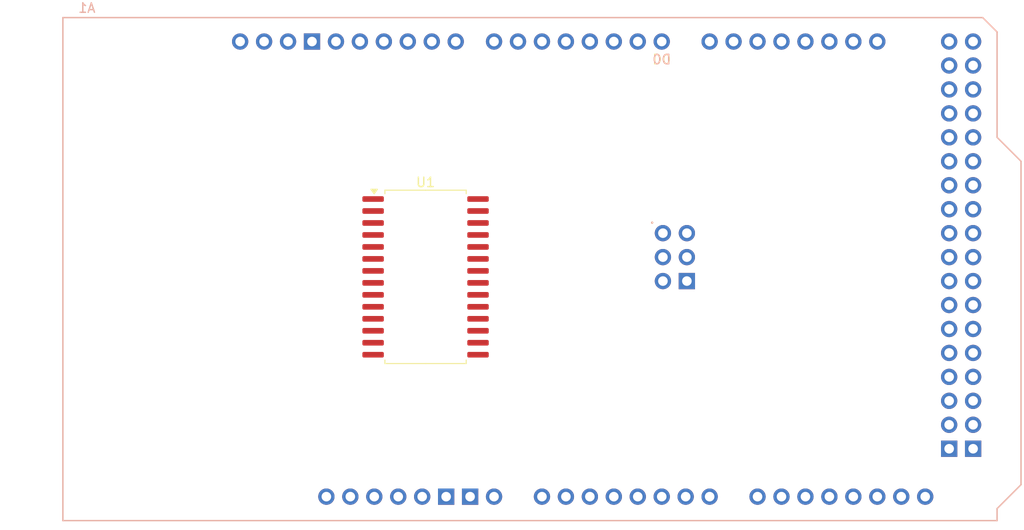
<source format=kicad_pcb>
(kicad_pcb (version 20240108) (generator "pcbnew") (generator_version "8.0")
  (layers (0 "F.Cu" signal) (31 "B.Cu" signal) (34 "B.Paste" user) (35 "F.Paste" user) (36 "B.SilkS" user "B.Silkscreen") (37 "F.SilkS" user "F.Silkscreen") (38 "B.Mask" user) (39 "F.Mask" user) (44 "Edge.Cuts" user))
  (net 0 "")
  (net 1 "Net-(U1-A7)")
  (net 2 "Net-(U1-A5)")
  (net 3 "Net-(U1-A13)")
  (net 4 "Net-(U1-A12)")
  (net 5 "Net-(U1-I{slash}O3)")
  (net 6 "Net-(U1-A2)")
  (net 7 "Net-(U1-~{CE})")
  (net 8 "Net-(U1-I{slash}O2)")
  (net 9 "Net-(U1-I{slash}O5)")
  (net 10 "+5V")
  (net 11 "Net-(U1-A6)")
  (net 12 "Net-(U1-~{WE})")
  (net 13 "Net-(U1-~{OE})")
  (net 14 "Net-(U1-I{slash}O7)")
  (net 15 "Net-(U1-I{slash}O0)")
  (net 16 "Net-(U1-A9)")
  (net 17 "Net-(U1-A8)")
  (net 18 "Net-(U1-A14)")
  (net 19 "GND")
  (net 20 "Net-(U1-I{slash}O1)")
  (net 21 "Net-(U1-I{slash}O4)")
  (net 22 "Net-(U1-A3)")
  (net 23 "Net-(U1-I{slash}O6)")
  (net 24 "Net-(U1-A4)")
  (net 25 "Net-(A1-D3_INT1)")
  (net 26 "Net-(A1-D2_INT0)")
  (net 27 "Net-(U1-A11)")
  (net 28 "Net-(U1-A10)")
  (footprint "Package_SO:SOP-28_8.4x18.16mm_P1.27mm" (layer "F.Cu") (at 97.5875 77.595)
    (property "Reference" "U1" (at 0 -10.03 0) (layer "F.SilkS"))
    (property "Value" "IS62C256AL")
    (fp_line (start -4.31 -9.19) (end -4.31 -8.815) (stroke (width 0.12)) (layer "F.SilkS"))
    (fp_line (start -4.31 9.19) (end -4.31 8.815) (stroke (width 0.12)) (layer "F.SilkS"))
    (fp_line (start 0 -9.19) (end -4.31 -9.19) (stroke (width 0.12)) (layer "F.SilkS"))
    (fp_line (start 0 -9.19) (end 4.31 -9.19) (stroke (width 0.12)) (layer "F.SilkS"))
    (fp_line (start 0 9.19) (end -4.31 9.19) (stroke (width 0.12)) (layer "F.SilkS"))
    (fp_line (start 0 9.19) (end 4.31 9.19) (stroke (width 0.12)) (layer "F.SilkS"))
    (fp_line (start 4.31 -9.19) (end 4.31 -8.815) (stroke (width 0.12)) (layer "F.SilkS"))
    (fp_line (start 4.31 9.19) (end 4.31 8.815) (stroke (width 0.12)) (layer "F.SilkS"))
    (fp_poly (pts (xy -5.45 -8.815) (xy -5.79 -9.285) (xy -5.11 -9.285) (xy -5.45 -8.815)) (stroke (width 0.12)) (fill solid) (layer "F.SilkS"))
    (pad "1" smd roundrect (at -5.5625 -8.255) (size 2.275 0.6) (layers "F.Cu" "F.Paste" "F.Mask") (net 18 "Net-(U1-A14)"))
    (pad "2" smd roundrect (at -5.5625 -6.985) (size 2.275 0.6) (layers "F.Cu" "F.Paste" "F.Mask") (net 4 "Net-(U1-A12)"))
    (pad "3" smd roundrect (at -5.5625 -5.715) (size 2.275 0.6) (layers "F.Cu" "F.Paste" "F.Mask") (net 1 "Net-(U1-A7)"))
    (pad "4" smd roundrect (at -5.5625 -4.445) (size 2.275 0.6) (layers "F.Cu" "F.Paste" "F.Mask") (net 11 "Net-(U1-A6)"))
    (pad "5" smd roundrect (at -5.5625 -3.175) (size 2.275 0.6) (layers "F.Cu" "F.Paste" "F.Mask") (net 2 "Net-(U1-A5)"))
    (pad "6" smd roundrect (at -5.5625 -1.905) (size 2.275 0.6) (layers "F.Cu" "F.Paste" "F.Mask") (net 24 "Net-(U1-A4)"))
    (pad "7" smd roundrect (at -5.5625 -0.635) (size 2.275 0.6) (layers "F.Cu" "F.Paste" "F.Mask") (net 22 "Net-(U1-A3)"))
    (pad "8" smd roundrect (at -5.5625 0.635) (size 2.275 0.6) (layers "F.Cu" "F.Paste" "F.Mask") (net 6 "Net-(U1-A2)"))
    (pad "9" smd roundrect (at -5.5625 1.905) (size 2.275 0.6) (layers "F.Cu" "F.Paste" "F.Mask") (net 25 "Net-(A1-D3_INT1)"))
    (pad "10" smd roundrect (at -5.5625 3.175) (size 2.275 0.6) (layers "F.Cu" "F.Paste" "F.Mask") (net 26 "Net-(A1-D2_INT0)"))
    (pad "11" smd roundrect (at -5.5625 4.445) (size 2.275 0.6) (layers "F.Cu" "F.Paste" "F.Mask") (net 15 "Net-(U1-I{slash}O0)"))
    (pad "12" smd roundrect (at -5.5625 5.715) (size 2.275 0.6) (layers "F.Cu" "F.Paste" "F.Mask") (net 20 "Net-(U1-I{slash}O1)"))
    (pad "13" smd roundrect (at -5.5625 6.985) (size 2.275 0.6) (layers "F.Cu" "F.Paste" "F.Mask") (net 8 "Net-(U1-I{slash}O2)"))
    (pad "14" smd roundrect (at -5.5625 8.255) (size 2.275 0.6) (layers "F.Cu" "F.Paste" "F.Mask") (net 19 "GND"))
    (pad "15" smd roundrect (at 5.5625 8.255) (size 2.275 0.6) (layers "F.Cu" "F.Paste" "F.Mask") (net 5 "Net-(U1-I{slash}O3)"))
    (pad "16" smd roundrect (at 5.5625 6.985) (size 2.275 0.6) (layers "F.Cu" "F.Paste" "F.Mask") (net 21 "Net-(U1-I{slash}O4)"))
    (pad "17" smd roundrect (at 5.5625 5.715) (size 2.275 0.6) (layers "F.Cu" "F.Paste" "F.Mask") (net 9 "Net-(U1-I{slash}O5)"))
    (pad "18" smd roundrect (at 5.5625 4.445) (size 2.275 0.6) (layers "F.Cu" "F.Paste" "F.Mask") (net 23 "Net-(U1-I{slash}O6)"))
    (pad "19" smd roundrect (at 5.5625 3.175) (size 2.275 0.6) (layers "F.Cu" "F.Paste" "F.Mask") (net 14 "Net-(U1-I{slash}O7)"))
    (pad "20" smd roundrect (at 5.5625 1.905) (size 2.275 0.6) (layers "F.Cu" "F.Paste" "F.Mask") (net 7 "Net-(U1-~{CE})"))
    (pad "21" smd roundrect (at 5.5625 0.635) (size 2.275 0.6) (layers "F.Cu" "F.Paste" "F.Mask") (net 28 "Net-(U1-A10)"))
    (pad "22" smd roundrect (at 5.5625 -0.635) (size 2.275 0.6) (layers "F.Cu" "F.Paste" "F.Mask") (net 13 "Net-(U1-~{OE})"))
    (pad "23" smd roundrect (at 5.5625 -1.905) (size 2.275 0.6) (layers "F.Cu" "F.Paste" "F.Mask") (net 27 "Net-(U1-A11)"))
    (pad "24" smd roundrect (at 5.5625 -3.175) (size 2.275 0.6) (layers "F.Cu" "F.Paste" "F.Mask") (net 16 "Net-(U1-A9)"))
    (pad "25" smd roundrect (at 5.5625 -4.445) (size 2.275 0.6) (layers "F.Cu" "F.Paste" "F.Mask") (net 17 "Net-(U1-A8)"))
    (pad "26" smd roundrect (at 5.5625 -5.715) (size 2.275 0.6) (layers "F.Cu" "F.Paste" "F.Mask") (net 3 "Net-(U1-A13)"))
    (pad "27" smd roundrect (at 5.5625 -6.985) (size 2.275 0.6) (layers "F.Cu" "F.Paste" "F.Mask") (net 12 "Net-(U1-~{WE})"))
    (pad "28" smd roundrect (at 5.5625 -8.255) (size 2.275 0.6) (layers "F.Cu" "F.Paste" "F.Mask") (net 10 "+5V"))
  )
  (footprint "arduino-library:Arduino_Mega2560_R3_Shield" (layer "F.Cu") (at 59.13 103.44)
    (property "Reference" "A1" (at 2.54 -54.356 0) (layer "B.SilkS") (effects (justify mirror)))
    (property "Value" "Arduino_Mega2560_R3_Shield")
    (fp_line (start 0 -53.34) (end 0 0) (stroke (width 0.15)) (layer "B.SilkS"))
    (fp_line (start 0 -53.34) (end 97.536 -53.34) (stroke (width 0.15)) (layer "B.SilkS"))
    (fp_line (start 0 0) (end 99.06 0) (stroke (width 0.15)) (layer "B.SilkS"))
    (fp_line (start 97.536 -53.34) (end 99.06 -51.816) (stroke (width 0.15)) (layer "B.SilkS"))
    (fp_line (start 99.06 -40.64) (end 99.06 -51.816) (stroke (width 0.15)) (layer "B.SilkS"))
    (fp_line (start 99.06 -1.27) (end 101.6 -3.81) (stroke (width 0.15)) (layer "B.SilkS"))
    (fp_line (start 99.06 0) (end 99.06 -1.27) (stroke (width 0.15)) (layer "B.SilkS"))
    (fp_line (start 101.6 -38.1) (end 99.06 -40.64) (stroke (width 0.15)) (layer "B.SilkS"))
    (fp_line (start 101.6 -3.81) (end 101.6 -38.1) (stroke (width 0.15)) (layer "B.SilkS"))
    (fp_text user "." (at 62.484 -32.004 0) (layer "B.SilkS"))
    (fp_text user "D0" (at 63.5 -48.895 0) (layer "B.SilkS") (effects (justify mirror)))
    (fp_text user "." (at 62.484 -32.004 0) (layer "F.SilkS"))
    (fp_text user "D0" (at 63.5 -48.895 0) (layer "F.SilkS"))
    (pad "" np_thru_hole circle (at 13.97 -2.54) (size 3.2 3.2) (drill 3.2) (layers "*.Cu" "*.Mask"))
    (pad "" np_thru_hole circle (at 15.24 -50.8) (size 3.2 3.2) (drill 3.2) (layers "*.Cu" "*.Mask"))
    (pad "" thru_hole oval (at 27.94 -2.54) (size 1.7272 1.7272) (drill 1.016) (layers "*.Cu" "*.Mask"))
    (pad "" np_thru_hole circle (at 66.04 -35.56) (size 3.2 3.2) (drill 3.2) (layers "*.Cu" "*.Mask"))
    (pad "" np_thru_hole circle (at 66.04 -7.62) (size 3.2 3.2) (drill 3.2) (layers "*.Cu" "*.Mask"))
    (pad "" np_thru_hole circle (at 90.17 -50.8) (size 3.2 3.2) (drill 3.2) (layers "*.Cu" "*.Mask"))
    (pad "" np_thru_hole circle (at 96.52 -2.54) (size 3.2 3.2) (drill 3.2) (layers "*.Cu" "*.Mask"))
    (pad "3V3" thru_hole oval (at 35.56 -2.54) (size 1.7272 1.7272) (drill 1.016) (layers "*.Cu" "*.Mask"))
    (pad "5V1" thru_hole oval (at 38.1 -2.54) (size 1.7272 1.7272) (drill 1.016) (layers "*.Cu" "*.Mask") (net 10 "+5V"))
    (pad "5V2" thru_hole oval (at 66.167 -30.48) (size 1.7272 1.7272) (drill 1.016) (layers "*.Cu" "*.Mask"))
    (pad "5V3" thru_hole oval (at 93.98 -50.8) (size 1.7272 1.7272) (drill 1.016) (layers "*.Cu" "*.Mask"))
    (pad "5V4" thru_hole oval (at 96.52 -50.8) (size 1.7272 1.7272) (drill 1.016) (layers "*.Cu" "*.Mask"))
    (pad "A0" thru_hole oval (at 50.8 -2.54) (size 1.7272 1.7272) (drill 1.016) (layers "*.Cu" "*.Mask"))
    (pad "A1" thru_hole oval (at 53.34 -2.54) (size 1.7272 1.7272) (drill 1.016) (layers "*.Cu" "*.Mask"))
    (pad "A2" thru_hole oval (at 55.88 -2.54) (size 1.7272 1.7272) (drill 1.016) (layers "*.Cu" "*.Mask"))
    (pad "A3" thru_hole oval (at 58.42 -2.54) (size 1.7272 1.7272) (drill 1.016) (layers "*.Cu" "*.Mask"))
    (pad "A4" thru_hole oval (at 60.96 -2.54) (size 1.7272 1.7272) (drill 1.016) (layers "*.Cu" "*.Mask"))
    (pad "A5" thru_hole oval (at 63.5 -2.54) (size 1.7272 1.7272) (drill 1.016) (layers "*.Cu" "*.Mask"))
    (pad "A6" thru_hole oval (at 66.04 -2.54) (size 1.7272 1.7272) (drill 1.016) (layers "*.Cu" "*.Mask"))
    (pad "A7" thru_hole oval (at 68.58 -2.54) (size 1.7272 1.7272) (drill 1.016) (layers "*.Cu" "*.Mask"))
    (pad "A8" thru_hole oval (at 73.66 -2.54) (size 1.7272 1.7272) (drill 1.016) (layers "*.Cu" "*.Mask"))
    (pad "A9" thru_hole oval (at 76.2 -2.54) (size 1.7272 1.7272) (drill 1.016) (layers "*.Cu" "*.Mask"))
    (pad "A10" thru_hole oval (at 78.74 -2.54) (size 1.7272 1.7272) (drill 1.016) (layers "*.Cu" "*.Mask"))
    (pad "A11" thru_hole oval (at 81.28 -2.54) (size 1.7272 1.7272) (drill 1.016) (layers "*.Cu" "*.Mask"))
    (pad "A12" thru_hole oval (at 83.82 -2.54) (size 1.7272 1.7272) (drill 1.016) (layers "*.Cu" "*.Mask"))
    (pad "A13" thru_hole oval (at 86.36 -2.54) (size 1.7272 1.7272) (drill 1.016) (layers "*.Cu" "*.Mask"))
    (pad "A14" thru_hole oval (at 88.9 -2.54) (size 1.7272 1.7272) (drill 1.016) (layers "*.Cu" "*.Mask"))
    (pad "A15" thru_hole oval (at 91.44 -2.54) (size 1.7272 1.7272) (drill 1.016) (layers "*.Cu" "*.Mask"))
    (pad "AREF" thru_hole oval (at 23.876 -50.8) (size 1.7272 1.7272) (drill 1.016) (layers "*.Cu" "*.Mask"))
    (pad "D0" thru_hole oval (at 63.5 -50.8) (size 1.7272 1.7272) (drill 1.016) (layers "*.Cu" "*.Mask"))
    (pad "D1" thru_hole oval (at 60.96 -50.8) (size 1.7272 1.7272) (drill 1.016) (layers "*.Cu" "*.Mask"))
    (pad "D2" thru_hole oval (at 58.42 -50.8) (size 1.7272 1.7272) (drill 1.016) (layers "*.Cu" "*.Mask") (net 26 "Net-(A1-D2_INT0)"))
    (pad "D3" thru_hole oval (at 55.88 -50.8) (size 1.7272 1.7272) (drill 1.016) (layers "*.Cu" "*.Mask") (net 25 "Net-(A1-D3_INT1)"))
    (pad "D4" thru_hole oval (at 53.34 -50.8) (size 1.7272 1.7272) (drill 1.016) (layers "*.Cu" "*.Mask") (net 6 "Net-(U1-A2)"))
    (pad "D5" thru_hole oval (at 50.8 -50.8) (size 1.7272 1.7272) (drill 1.016) (layers "*.Cu" "*.Mask") (net 22 "Net-(U1-A3)"))
    (pad "D6" thru_hole oval (at 48.26 -50.8) (size 1.7272 1.7272) (drill 1.016) (layers "*.Cu" "*.Mask") (net 24 "Net-(U1-A4)"))
    (pad "D7" thru_hole oval (at 45.72 -50.8) (size 1.7272 1.7272) (drill 1.016) (layers "*.Cu" "*.Mask") (net 2 "Net-(U1-A5)"))
    (pad "D8" thru_hole oval (at 41.656 -50.8) (size 1.7272 1.7272) (drill 1.016) (layers "*.Cu" "*.Mask") (net 11 "Net-(U1-A6)"))
    (pad "D9" thru_hole oval (at 39.116 -50.8) (size 1.7272 1.7272) (drill 1.016) (layers "*.Cu" "*.Mask") (net 1 "Net-(U1-A7)"))
    (pad "D10" thru_hole oval (at 36.576 -50.8) (size 1.7272 1.7272) (drill 1.016) (layers "*.Cu" "*.Mask") (net 17 "Net-(U1-A8)"))
    (pad "D11" thru_hole oval (at 34.036 -50.8) (size 1.7272 1.7272) (drill 1.016) (layers "*.Cu" "*.Mask") (net 16 "Net-(U1-A9)"))
    (pad "D12" thru_hole oval (at 31.496 -50.8) (size 1.7272 1.7272) (drill 1.016) (layers "*.Cu" "*.Mask") (net 28 "Net-(U1-A10)"))
    (pad "D13" thru_hole oval (at 28.956 -50.8) (size 1.7272 1.7272) (drill 1.016) (layers "*.Cu" "*.Mask") (net 27 "Net-(U1-A11)"))
    (pad "D14" thru_hole oval (at 68.58 -50.8) (size 1.7272 1.7272) (drill 1.016) (layers "*.Cu" "*.Mask"))
    (pad "D15" thru_hole oval (at 71.12 -50.8) (size 1.7272 1.7272) (drill 1.016) (layers "*.Cu" "*.Mask"))
    (pad "D16" thru_hole oval (at 73.66 -50.8) (size 1.7272 1.7272) (drill 1.016) (layers "*.Cu" "*.Mask"))
    (pad "D17" thru_hole oval (at 76.2 -50.8) (size 1.7272 1.7272) (drill 1.016) (layers "*.Cu" "*.Mask"))
    (pad "D18" thru_hole oval (at 78.74 -50.8) (size 1.7272 1.7272) (drill 1.016) (layers "*.Cu" "*.Mask"))
    (pad "D19" thru_hole oval (at 81.28 -50.8) (size 1.7272 1.7272) (drill 1.016) (layers "*.Cu" "*.Mask"))
    (pad "D20" thru_hole oval (at 83.82 -50.8) (size 1.7272 1.7272) (drill 1.016) (layers "*.Cu" "*.Mask"))
    (pad "D21" thru_hole oval (at 86.36 -50.8) (size 1.7272 1.7272) (drill 1.016) (layers "*.Cu" "*.Mask"))
    (pad "D22" thru_hole oval (at 93.98 -48.26) (size 1.7272 1.7272) (drill 1.016) (layers "*.Cu" "*.Mask") (net 4 "Net-(U1-A12)"))
    (pad "D23" thru_hole oval (at 96.52 -48.26) (size 1.7272 1.7272) (drill 1.016) (layers "*.Cu" "*.Mask") (net 3 "Net-(U1-A13)"))
    (pad "D24" thru_hole oval (at 93.98 -45.72) (size 1.7272 1.7272) (drill 1.016) (layers "*.Cu" "*.Mask") (net 18 "Net-(U1-A14)"))
    (pad "D25" thru_hole oval (at 96.52 -45.72) (size 1.7272 1.7272) (drill 1.016) (layers "*.Cu" "*.Mask") (net 12 "Net-(U1-~{WE})"))
    (pad "D26" thru_hole oval (at 93.98 -43.18) (size 1.7272 1.7272) (drill 1.016) (layers "*.Cu" "*.Mask") (net 13 "Net-(U1-~{OE})"))
    (pad "D27" thru_hole oval (at 96.52 -43.18) (size 1.7272 1.7272) (drill 1.016) (layers "*.Cu" "*.Mask") (net 7 "Net-(U1-~{CE})"))
    (pad "D28" thru_hole oval (at 93.98 -40.64) (size 1.7272 1.7272) (drill 1.016) (layers "*.Cu" "*.Mask") (net 14 "Net-(U1-I{slash}O7)"))
    (pad "D29" thru_hole oval (at 96.52 -40.64) (size 1.7272 1.7272) (drill 1.016) (layers "*.Cu" "*.Mask") (net 23 "Net-(U1-I{slash}O6)"))
    (pad "D30" thru_hole oval (at 93.98 -38.1) (size 1.7272 1.7272) (drill 1.016) (layers "*.Cu" "*.Mask") (net 9 "Net-(U1-I{slash}O5)"))
    (pad "D31" thru_hole oval (at 96.52 -38.1) (size 1.7272 1.7272) (drill 1.016) (layers "*.Cu" "*.Mask") (net 21 "Net-(U1-I{slash}O4)"))
    (pad "D32" thru_hole oval (at 93.98 -35.56) (size 1.7272 1.7272) (drill 1.016) (layers "*.Cu" "*.Mask") (net 5 "Net-(U1-I{slash}O3)"))
    (pad "D33" thru_hole oval (at 96.52 -35.56) (size 1.7272 1.7272) (drill 1.016) (layers "*.Cu" "*.Mask") (net 8 "Net-(U1-I{slash}O2)"))
    (pad "D34" thru_hole oval (at 93.98 -33.02) (size 1.7272 1.7272) (drill 1.016) (layers "*.Cu" "*.Mask") (net 20 "Net-(U1-I{slash}O1)"))
    (pad "D35" thru_hole oval (at 96.52 -33.02) (size 1.7272 1.7272) (drill 1.016) (layers "*.Cu" "*.Mask") (net 15 "Net-(U1-I{slash}O0)"))
    (pad "D36" thru_hole oval (at 93.98 -30.48) (size 1.7272 1.7272) (drill 1.016) (layers "*.Cu" "*.Mask"))
    (pad "D37" thru_hole oval (at 96.52 -30.48) (size 1.7272 1.7272) (drill 1.016) (layers "*.Cu" "*.Mask"))
    (pad "D38" thru_hole oval (at 93.98 -27.94) (size 1.7272 1.7272) (drill 1.016) (layers "*.Cu" "*.Mask"))
    (pad "D39" thru_hole oval (at 96.52 -27.94) (size 1.7272 1.7272) (drill 1.016) (layers "*.Cu" "*.Mask"))
    (pad "D40" thru_hole oval (at 93.98 -25.4) (size 1.7272 1.7272) (drill 1.016) (layers "*.Cu" "*.Mask"))
    (pad "D41" thru_hole oval (at 96.52 -25.4) (size 1.7272 1.7272) (drill 1.016) (layers "*.Cu" "*.Mask"))
    (pad "D42" thru_hole oval (at 93.98 -22.86) (size 1.7272 1.7272) (drill 1.016) (layers "*.Cu" "*.Mask"))
    (pad "D43" thru_hole oval (at 96.52 -22.86) (size 1.7272 1.7272) (drill 1.016) (layers "*.Cu" "*.Mask"))
    (pad "D44" thru_hole oval (at 93.98 -20.32) (size 1.7272 1.7272) (drill 1.016) (layers "*.Cu" "*.Mask"))
    (pad "D45" thru_hole oval (at 96.52 -20.32) (size 1.7272 1.7272) (drill 1.016) (layers "*.Cu" "*.Mask"))
    (pad "D46" thru_hole oval (at 93.98 -17.78) (size 1.7272 1.7272) (drill 1.016) (layers "*.Cu" "*.Mask"))
    (pad "D47" thru_hole oval (at 96.52 -17.78) (size 1.7272 1.7272) (drill 1.016) (layers "*.Cu" "*.Mask"))
    (pad "D48" thru_hole oval (at 93.98 -15.24) (size 1.7272 1.7272) (drill 1.016) (layers "*.Cu" "*.Mask"))
    (pad "D49" thru_hole oval (at 96.52 -15.24) (size 1.7272 1.7272) (drill 1.016) (layers "*.Cu" "*.Mask"))
    (pad "D50" thru_hole oval (at 93.98 -12.7) (size 1.7272 1.7272) (drill 1.016) (layers "*.Cu" "*.Mask"))
    (pad "D51" thru_hole oval (at 96.52 -12.7) (size 1.7272 1.7272) (drill 1.016) (layers "*.Cu" "*.Mask"))
    (pad "D52" thru_hole oval (at 93.98 -10.16) (size 1.7272 1.7272) (drill 1.016) (layers "*.Cu" "*.Mask"))
    (pad "D53" thru_hole oval (at 96.52 -10.16) (size 1.7272 1.7272) (drill 1.016) (layers "*.Cu" "*.Mask"))
    (pad "GND1" thru_hole rect (at 26.416 -50.8) (size 1.7272 1.7272) (drill 1.016) (layers "*.Cu" "*.Mask") (net 19 "GND"))
    (pad "GND2" thru_hole rect (at 40.64 -2.54) (size 1.7272 1.7272) (drill 1.016) (layers "*.Cu" "*.Mask"))
    (pad "GND3" thru_hole rect (at 43.18 -2.54) (size 1.7272 1.7272) (drill 1.016) (layers "*.Cu" "*.Mask"))
    (pad "GND4" thru_hole rect (at 66.167 -25.4) (size 1.7272 1.7272) (drill 1.016) (layers "*.Cu" "*.Mask"))
    (pad "GND5" thru_hole rect (at 93.98 -7.62) (size 1.7272 1.7272) (drill 1.016) (layers "*.Cu" "*.Mask"))
    (pad "GND6" thru_hole rect (at 96.52 -7.62) (size 1.7272 1.7272) (drill 1.016) (layers "*.Cu" "*.Mask"))
    (pad "IORF" thru_hole oval (at 30.48 -2.54) (size 1.7272 1.7272) (drill 1.016) (layers "*.Cu" "*.Mask"))
    (pad "MISO" thru_hole oval (at 63.627 -30.48) (size 1.7272 1.7272) (drill 1.016) (layers "*.Cu" "*.Mask"))
    (pad "MOSI" thru_hole oval (at 66.167 -27.94) (size 1.7272 1.7272) (drill 1.016) (layers "*.Cu" "*.Mask"))
    (pad "RST1" thru_hole oval (at 33.02 -2.54) (size 1.7272 1.7272) (drill 1.016) (layers "*.Cu" "*.Mask"))
    (pad "RST2" thru_hole oval (at 63.627 -25.4) (size 1.7272 1.7272) (drill 1.016) (layers "*.Cu" "*.Mask"))
    (pad "SCK" thru_hole oval (at 63.627 -27.94) (size 1.7272 1.7272) (drill 1.016) (layers "*.Cu" "*.Mask"))
    (pad "SCL" thru_hole oval (at 18.796 -50.8) (size 1.7272 1.7272) (drill 1.016) (layers "*.Cu" "*.Mask"))
    (pad "SDA" thru_hole oval (at 21.336 -50.8) (size 1.7272 1.7272) (drill 1.016) (layers "*.Cu" "*.Mask"))
    (pad "VIN" thru_hole oval (at 45.72 -2.54) (size 1.7272 1.7272) (drill 1.016) (layers "*.Cu" "*.Mask"))
  )
)
</source>
